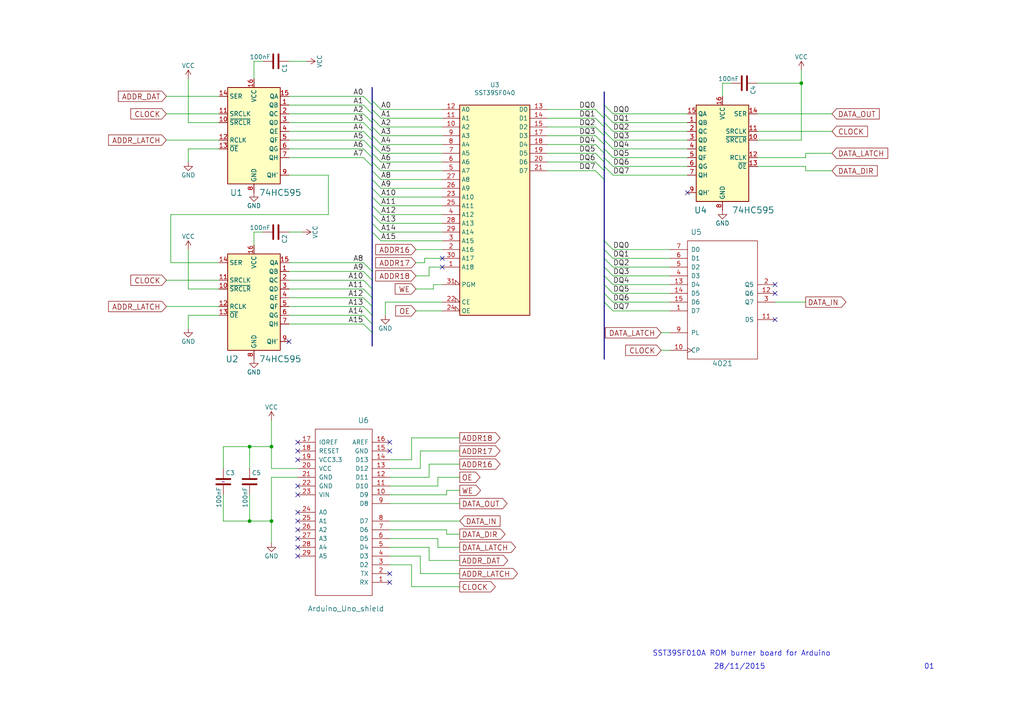
<source format=kicad_sch>
(kicad_sch (version 20211123) (generator eeschema)
  (paper "A4")
  (lib_symbols
    (symbol "74xx:74HC595"
      (property "Reference" "U" (at -7.62 13.97 0))
      (property "Value" "74HC595" (at -7.62 -16.51 0))
      (symbol "74HC595_1_0"
        (pin tri_state line (at 10.16 7.62 180) (length 2.54) (name "QB") (number "1"))
        (pin input line (at -10.16 2.54 0) (length 2.54) (name "~{SRCLR}") (number "10"))
        (pin input line (at -10.16 5.08 0) (length 2.54) (name "SRCLK") (number "11"))
        (pin input line (at -10.16 -2.54 0) (length 2.54) (name "RCLK") (number "12"))
        (pin input line (at -10.16 -5.08 0) (length 2.54) (name "~{OE}") (number "13"))
        (pin input line (at -10.16 10.16 0) (length 2.54) (name "SER") (number "14"))
        (pin tri_state line (at 10.16 10.16 180) (length 2.54) (name "QA") (number "15"))
        (pin power_in line (at 0 15.24 270) (length 2.54) (name "VCC") (number "16"))
        (pin tri_state line (at 10.16 5.08 180) (length 2.54) (name "QC") (number "2"))
        (pin tri_state line (at 10.16 2.54 180) (length 2.54) (name "QD") (number "3"))
        (pin tri_state line (at 10.16 0 180) (length 2.54) (name "QE") (number "4"))
        (pin tri_state line (at 10.16 -2.54 180) (length 2.54) (name "QF") (number "5"))
        (pin tri_state line (at 10.16 -5.08 180) (length 2.54) (name "QG") (number "6"))
        (pin tri_state line (at 10.16 -7.62 180) (length 2.54) (name "QH") (number "7"))
        (pin power_in line (at 0 -17.78 90) (length 2.54) (name "GND") (number "8"))
        (pin output line (at 10.16 -12.7 180) (length 2.54) (name "QH'") (number "9"))
      )
      (symbol "74HC595_1_1"
        (rectangle (start -7.62 12.7) (end 7.62 -15.24) (stroke (width 0.254)) (fill (type background)))
      )
    )
    (symbol "Device:C" (pin_numbers hide) (pin_names (offset 0.254))
      (property "Reference" "C" (at 0.635 2.54 0))
      (property "Value" "C" (at 0.635 -2.54 0))
      (symbol "C_0_1"
        (polyline (pts (xy -2.032 -0.762) (xy 2.032 -0.762)) (stroke (width 0.508)))
        (polyline (pts (xy -2.032 0.762) (xy 2.032 0.762)) (stroke (width 0.508)))
      )
      (symbol "C_1_1"
        (pin passive line (at 0 3.81 270) (length 2.794) (name "~") (number "1"))
        (pin passive line (at 0 -3.81 90) (length 2.794) (name "~") (number "2"))
      )
    )
    (symbol "Memory_Flash:SST39SF040"
      (property "Reference" "U" (at 2.54 33.02 0))
      (property "Value" "SST39SF040" (at 0 -30.48 0))
      (symbol "SST39SF040_0_0"
        (pin power_in line (at 0 -30.48 90) (length 1.27) hide (name "GND") (number "16"))
        (pin power_in line (at 0 33.02 270) (length 1.27) hide (name "VCC") (number "32"))
      )
      (symbol "SST39SF040_0_1"
        (rectangle (start -10.16 31.75) (end 10.16 -29.21) (stroke (width 0.254)) (fill (type background)))
      )
      (symbol "SST39SF040_1_1"
        (pin input line (at -15.24 -15.24 0) (length 5.08) (name "A18") (number "1"))
        (pin input line (at -15.24 25.4 0) (length 5.08) (name "A2") (number "10"))
        (pin input line (at -15.24 27.94 0) (length 5.08) (name "A1") (number "11"))
        (pin input line (at -15.24 30.48 0) (length 5.08) (name "A0") (number "12"))
        (pin tri_state line (at 15.24 30.48 180) (length 5.08) (name "D0") (number "13"))
        (pin tri_state line (at 15.24 27.94 180) (length 5.08) (name "D1") (number "14"))
        (pin tri_state line (at 15.24 25.4 180) (length 5.08) (name "D2") (number "15"))
        (pin tri_state line (at 15.24 22.86 180) (length 5.08) (name "D3") (number "17"))
        (pin tri_state line (at 15.24 20.32 180) (length 5.08) (name "D4") (number "18"))
        (pin tri_state line (at 15.24 17.78 180) (length 5.08) (name "D5") (number "19"))
        (pin input line (at -15.24 -10.16 0) (length 5.08) (name "A16") (number "2"))
        (pin tri_state line (at 15.24 15.24 180) (length 5.08) (name "D6") (number "20"))
        (pin tri_state line (at 15.24 12.7 180) (length 5.08) (name "D7") (number "21"))
        (pin input input_low (at -15.24 -25.4 0) (length 5.08) (name "CE") (number "22"))
        (pin input line (at -15.24 5.08 0) (length 5.08) (name "A10") (number "23"))
        (pin input input_low (at -15.24 -27.94 0) (length 5.08) (name "OE") (number "24"))
        (pin input line (at -15.24 2.54 0) (length 5.08) (name "A11") (number "25"))
        (pin input line (at -15.24 7.62 0) (length 5.08) (name "A9") (number "26"))
        (pin input line (at -15.24 10.16 0) (length 5.08) (name "A8") (number "27"))
        (pin input line (at -15.24 -2.54 0) (length 5.08) (name "A13") (number "28"))
        (pin input line (at -15.24 -5.08 0) (length 5.08) (name "A14") (number "29"))
        (pin input line (at -15.24 -7.62 0) (length 5.08) (name "A15") (number "3"))
        (pin input line (at -15.24 -12.7 0) (length 5.08) (name "A17") (number "30"))
        (pin input input_low (at -15.24 -20.32 0) (length 5.08) (name "PGM") (number "31"))
        (pin input line (at -15.24 0 0) (length 5.08) (name "A12") (number "4"))
        (pin input line (at -15.24 12.7 0) (length 5.08) (name "A7") (number "5"))
        (pin input line (at -15.24 15.24 0) (length 5.08) (name "A6") (number "6"))
        (pin input line (at -15.24 17.78 0) (length 5.08) (name "A5") (number "7"))
        (pin input line (at -15.24 20.32 0) (length 5.08) (name "A4") (number "8"))
        (pin input line (at -15.24 22.86 0) (length 5.08) (name "A3") (number "9"))
      )
    )
    (symbol "arduino:Arduino_Uno_shield" (pin_names (offset 1.016))
      (property "Reference" "U" (at 5.08 26.67 0))
      (property "Value" "Arduino_Uno_shield" (at 0 -27.94 0))
      (symbol "Arduino_Uno_shield_0_1"
        (rectangle (start -8.89 24.13) (end 7.62 -24.13))
      )
      (symbol "Arduino_Uno_shield_1_1"
        (pin input line (at 12.7 -20.32 180) (length 5.08) (name "RX") (number "1"))
        (pin bidirectional line (at 12.7 5.08 180) (length 5.08) (name "D9") (number "10"))
        (pin bidirectional line (at 12.7 7.62 180) (length 5.08) (name "D10") (number "11"))
        (pin bidirectional line (at 12.7 10.16 180) (length 5.08) (name "D11") (number "12"))
        (pin bidirectional line (at 12.7 12.7 180) (length 5.08) (name "D12") (number "13"))
        (pin bidirectional line (at 12.7 15.24 180) (length 5.08) (name "D13") (number "14"))
        (pin power_out line (at 12.7 17.78 180) (length 5.08) (name "GND") (number "15"))
        (pin input line (at 12.7 20.32 180) (length 5.08) (name "AREF") (number "16"))
        (pin input line (at -13.97 20.32 0) (length 5.08) (name "IOREF") (number "17"))
        (pin input line (at -13.97 17.78 0) (length 5.08) (name "RESET") (number "18"))
        (pin power_out line (at -13.97 15.24 0) (length 5.08) (name "VCC3.3") (number "19"))
        (pin output line (at 12.7 -17.78 180) (length 5.08) (name "TX") (number "2"))
        (pin power_out line (at -13.97 12.7 0) (length 5.08) (name "VCC") (number "20"))
        (pin power_out line (at -13.97 10.16 0) (length 5.08) (name "GND") (number "21"))
        (pin power_out line (at -13.97 7.62 0) (length 5.08) (name "GND") (number "22"))
        (pin power_in line (at -13.97 5.08 0) (length 5.08) (name "VIN") (number "23"))
        (pin input line (at -13.97 0 0) (length 5.08) (name "A0") (number "24"))
        (pin input line (at -13.97 -2.54 0) (length 5.08) (name "A1") (number "25"))
        (pin input line (at -13.97 -5.08 0) (length 5.08) (name "A2") (number "26"))
        (pin input line (at -13.97 -7.62 0) (length 5.08) (name "A3") (number "27"))
        (pin input line (at -13.97 -10.16 0) (length 5.08) (name "A4") (number "28"))
        (pin input line (at -13.97 -12.7 0) (length 5.08) (name "A5") (number "29"))
        (pin bidirectional line (at 12.7 -15.24 180) (length 5.08) (name "D2") (number "3"))
        (pin bidirectional line (at 12.7 -12.7 180) (length 5.08) (name "D3") (number "4"))
        (pin bidirectional line (at 12.7 -10.16 180) (length 5.08) (name "D4") (number "5"))
        (pin bidirectional line (at 12.7 -7.62 180) (length 5.08) (name "D5") (number "6"))
        (pin bidirectional line (at 12.7 -5.08 180) (length 5.08) (name "D6") (number "7"))
        (pin bidirectional line (at 12.7 -2.54 180) (length 5.08) (name "D7") (number "8"))
        (pin bidirectional line (at 12.7 2.54 180) (length 5.08) (name "D8") (number "9"))
      )
    )
    (symbol "power:GND" (power) (pin_names (offset 0))
      (property "Value" "GND" (at 0 -3.81 0))
      (symbol "GND_0_1"
        (polyline (pts (xy 0 0) (xy 0 -1.27) (xy 1.27 -1.27) (xy 0 -2.54) (xy -1.27 -1.27) (xy 0 -1.27)))
      )
      (symbol "GND_1_1"
        (pin power_in line (at 0 0 270) (length 0) hide (name "GND") (number "1"))
      )
    )
    (symbol "power:VCC" (power) (pin_names (offset 0))
      (property "Value" "VCC" (at 0 3.81 0))
      (symbol "VCC_0_1"
        (polyline (pts (xy -0.762 1.27) (xy 0 2.54)))
        (polyline (pts (xy 0 0) (xy 0 2.54)))
        (polyline (pts (xy 0 2.54) (xy 0.762 1.27)))
      )
      (symbol "VCC_1_1"
        (pin power_in line (at 0 0 90) (length 0) hide (name "VCC") (number "1"))
      )
    )
    (symbol "rom-burner:4021" (pin_names (offset 1.016))
      (property "Reference" "U" (at -7.62 19.05 0))
      (property "Value" "4021" (at 0 -19.05 0))
      (symbol "4021_0_1"
        (rectangle (start -10.16 16.51) (end 10.16 -17.78))
      )
      (symbol "4021_1_1"
        (pin input line (at -15.24 -3.81 0) (length 5.08) (name "D7") (number "1"))
        (pin input clock (at -15.24 -15.24 0) (length 5.08) (name "CP") (number "10"))
        (pin output line (at 15.24 -6.35 180) (length 5.08) (name "DS") (number "11"))
        (pin output line (at 15.24 1.27 180) (length 5.08) (name "Q6") (number "12"))
        (pin input line (at -15.24 3.81 0) (length 5.08) (name "D4") (number "13"))
        (pin input line (at -15.24 1.27 0) (length 5.08) (name "D5") (number "14"))
        (pin input line (at -15.24 -1.27 0) (length 5.08) (name "D6") (number "15"))
        (pin power_in line (at 5.08 16.51 270) (length 0) hide (name "VCC") (number "16"))
        (pin output line (at 15.24 3.81 180) (length 5.08) (name "Q5") (number "2"))
        (pin output line (at 15.24 -1.27 180) (length 5.08) (name "Q7") (number "3"))
        (pin input line (at -15.24 6.35 0) (length 5.08) (name "D3") (number "4"))
        (pin input line (at -15.24 8.89 0) (length 5.08) (name "D2") (number "5"))
        (pin input line (at -15.24 11.43 0) (length 5.08) (name "D1") (number "6"))
        (pin input line (at -15.24 13.97 0) (length 5.08) (name "D0") (number "7"))
        (pin power_in line (at 5.08 -17.78 90) (length 0) hide (name "GND") (number "8"))
        (pin input line (at -15.24 -10.16 0) (length 5.08) (name "PL") (number "9"))
      )
    )
  )
  (junction (at 72.39 129.54))
  (junction (at 78.74 151.13))
  (junction (at 78.74 129.54))
  (junction (at 232.41 24.13))
  (junction (at 72.39 151.13))
  (no_connect (at 113.03 168.91))
  (no_connect (at 86.36 148.59))
  (no_connect (at 224.79 92.71))
  (no_connect (at 199.39 55.88))
  (no_connect (at 113.03 130.81))
  (no_connect (at 83.82 99.06))
  (no_connect (at 86.36 143.51))
  (no_connect (at 224.79 82.55))
  (no_connect (at 86.36 153.67))
  (no_connect (at 128.27 74.93))
  (no_connect (at 86.36 156.21))
  (no_connect (at 86.36 140.97))
  (no_connect (at 86.36 130.81))
  (no_connect (at 128.27 77.47))
  (no_connect (at 86.36 133.35))
  (no_connect (at 113.03 128.27))
  (no_connect (at 113.03 166.37))
  (no_connect (at 224.79 85.09))
  (no_connect (at 86.36 158.75))
  (no_connect (at 86.36 128.27))
  (no_connect (at 86.36 151.13))
  (no_connect (at 86.36 161.29))
  (bus_entry (at 105.41 45.72) (size 2.54 2.54))
  (bus_entry (at 105.41 86.36) (size 2.54 2.54))
  (bus_entry (at 172.72 46.99) (size 2.54 2.54))
  (bus_entry (at 105.41 33.02) (size 2.54 2.54))
  (bus_entry (at 175.26 45.72) (size 2.54 2.54))
  (bus_entry (at 107.95 59.69) (size 2.54 2.54))
  (bus_entry (at 107.95 41.91) (size 2.54 2.54))
  (bus_entry (at 177.8 87.63) (size -2.54 -2.54))
  (bus_entry (at 177.8 77.47) (size -2.54 -2.54))
  (bus_entry (at 105.41 81.28) (size 2.54 2.54))
  (bus_entry (at 175.26 38.1) (size 2.54 2.54))
  (bus_entry (at 107.95 36.83) (size 2.54 2.54))
  (bus_entry (at 107.95 44.45) (size 2.54 2.54))
  (bus_entry (at 105.41 83.82) (size 2.54 2.54))
  (bus_entry (at 107.95 46.99) (size 2.54 2.54))
  (bus_entry (at 105.41 40.64) (size 2.54 2.54))
  (bus_entry (at 175.26 30.48) (size 2.54 2.54))
  (bus_entry (at 107.95 64.77) (size 2.54 2.54))
  (bus_entry (at 105.41 27.94) (size 2.54 2.54))
  (bus_entry (at 172.72 34.29) (size 2.54 2.54))
  (bus_entry (at 172.72 49.53) (size 2.54 2.54))
  (bus_entry (at 177.8 85.09) (size -2.54 -2.54))
  (bus_entry (at 107.95 57.15) (size 2.54 2.54))
  (bus_entry (at 107.95 31.75) (size 2.54 2.54))
  (bus_entry (at 105.41 91.44) (size 2.54 2.54))
  (bus_entry (at 177.8 82.55) (size -2.54 -2.54))
  (bus_entry (at 172.72 36.83) (size 2.54 2.54))
  (bus_entry (at 105.41 35.56) (size 2.54 2.54))
  (bus_entry (at 172.72 41.91) (size 2.54 2.54))
  (bus_entry (at 105.41 38.1) (size 2.54 2.54))
  (bus_entry (at 172.72 31.75) (size 2.54 2.54))
  (bus_entry (at 105.41 78.74) (size 2.54 2.54))
  (bus_entry (at 107.95 62.23) (size 2.54 2.54))
  (bus_entry (at 177.8 72.39) (size -2.54 -2.54))
  (bus_entry (at 175.26 35.56) (size 2.54 2.54))
  (bus_entry (at 107.95 67.31) (size 2.54 2.54))
  (bus_entry (at 105.41 30.48) (size 2.54 2.54))
  (bus_entry (at 177.8 90.17) (size -2.54 -2.54))
  (bus_entry (at 107.95 54.61) (size 2.54 2.54))
  (bus_entry (at 107.95 49.53) (size 2.54 2.54))
  (bus_entry (at 105.41 88.9) (size 2.54 2.54))
  (bus_entry (at 177.8 74.93) (size -2.54 -2.54))
  (bus_entry (at 177.8 80.01) (size -2.54 -2.54))
  (bus_entry (at 105.41 93.98) (size 2.54 2.54))
  (bus_entry (at 107.95 29.21) (size 2.54 2.54))
  (bus_entry (at 107.95 39.37) (size 2.54 2.54))
  (bus_entry (at 107.95 52.07) (size 2.54 2.54))
  (bus_entry (at 172.72 39.37) (size 2.54 2.54))
  (bus_entry (at 175.26 40.64) (size 2.54 2.54))
  (bus_entry (at 175.26 33.02) (size 2.54 2.54))
  (bus_entry (at 105.41 76.2) (size 2.54 2.54))
  (bus_entry (at 175.26 48.26) (size 2.54 2.54))
  (bus_entry (at 172.72 44.45) (size 2.54 2.54))
  (bus_entry (at 175.26 43.18) (size 2.54 2.54))
  (bus_entry (at 105.41 43.18) (size 2.54 2.54))
  (bus_entry (at 107.95 34.29) (size 2.54 2.54))
  (bus (pts (xy 107.95 31.75) (xy 107.95 33.02)))
  (wire (pts (xy 110.49 36.83) (xy 128.27 36.83)))
  (wire (pts (xy 172.72 44.45) (xy 158.75 44.45)))
  (bus (pts (xy 107.95 88.9) (xy 107.95 91.44)))
  (wire (pts (xy 124.46 80.01) (xy 120.65 80.01)))
  (wire (pts (xy 133.35 134.62) (xy 124.46 134.62)))
  (wire (pts (xy 191.77 101.6) (xy 194.31 101.6)))
  (wire (pts (xy 177.8 43.18) (xy 199.39 43.18)))
  (wire (pts (xy 127 138.43) (xy 127 140.97)))
  (wire (pts (xy 124.46 138.43) (xy 113.03 138.43)))
  (wire (pts (xy 105.41 30.48) (xy 83.82 30.48)))
  (wire (pts (xy 219.71 48.26) (xy 233.68 48.26)))
  (wire (pts (xy 54.61 35.56) (xy 63.5 35.56)))
  (wire (pts (xy 133.35 162.56) (xy 124.46 162.56)))
  (bus (pts (xy 107.95 41.91) (xy 107.95 43.18)))
  (wire (pts (xy 54.61 83.82) (xy 54.61 72.39)))
  (wire (pts (xy 76.2 17.78) (xy 73.66 17.78)))
  (bus (pts (xy 175.26 39.37) (xy 175.26 40.64)))
  (wire (pts (xy 177.8 40.64) (xy 199.39 40.64)))
  (wire (pts (xy 232.41 24.13) (xy 232.41 40.64)))
  (wire (pts (xy 133.35 158.75) (xy 127 158.75)))
  (wire (pts (xy 64.77 143.51) (xy 64.77 151.13)))
  (wire (pts (xy 125.73 82.55) (xy 125.73 83.82)))
  (wire (pts (xy 128.27 77.47) (xy 124.46 77.47)))
  (bus (pts (xy 175.26 48.26) (xy 175.26 49.53)))
  (bus (pts (xy 107.95 96.52) (xy 107.95 100.33)))
  (bus (pts (xy 107.95 44.45) (xy 107.95 45.72)))
  (bus (pts (xy 175.26 30.48) (xy 175.26 33.02)))
  (wire (pts (xy 73.66 17.78) (xy 73.66 22.86)))
  (wire (pts (xy 121.92 135.89) (xy 121.92 130.81)))
  (wire (pts (xy 212.09 24.13) (xy 209.55 24.13)))
  (wire (pts (xy 110.49 49.53) (xy 128.27 49.53)))
  (wire (pts (xy 158.75 46.99) (xy 172.72 46.99)))
  (wire (pts (xy 127 156.21) (xy 113.03 156.21)))
  (wire (pts (xy 48.26 27.94) (xy 63.5 27.94)))
  (wire (pts (xy 54.61 43.18) (xy 63.5 43.18)))
  (wire (pts (xy 121.92 166.37) (xy 121.92 161.29)))
  (wire (pts (xy 72.39 129.54) (xy 78.74 129.54)))
  (bus (pts (xy 175.26 35.56) (xy 175.26 36.83)))
  (wire (pts (xy 232.41 20.32) (xy 232.41 24.13)))
  (bus (pts (xy 107.95 39.37) (xy 107.95 40.64)))
  (bus (pts (xy 175.26 44.45) (xy 175.26 45.72)))
  (bus (pts (xy 107.95 29.21) (xy 107.95 30.48)))
  (wire (pts (xy 158.75 41.91) (xy 172.72 41.91)))
  (wire (pts (xy 63.5 88.9) (xy 48.26 88.9)))
  (wire (pts (xy 172.72 39.37) (xy 158.75 39.37)))
  (wire (pts (xy 87.63 67.31) (xy 83.82 67.31)))
  (wire (pts (xy 233.68 48.26) (xy 233.68 49.53)))
  (wire (pts (xy 72.39 151.13) (xy 72.39 143.51)))
  (wire (pts (xy 177.8 35.56) (xy 199.39 35.56)))
  (wire (pts (xy 177.8 33.02) (xy 199.39 33.02)))
  (wire (pts (xy 123.19 74.93) (xy 123.19 76.2)))
  (bus (pts (xy 107.95 64.77) (xy 107.95 67.31)))
  (bus (pts (xy 107.95 93.98) (xy 107.95 96.52)))
  (bus (pts (xy 175.26 82.55) (xy 175.26 85.09)))
  (wire (pts (xy 177.8 80.01) (xy 194.31 80.01)))
  (wire (pts (xy 128.27 64.77) (xy 110.49 64.77)))
  (wire (pts (xy 233.68 49.53) (xy 241.3 49.53)))
  (bus (pts (xy 107.95 49.53) (xy 107.95 52.07)))
  (bus (pts (xy 175.26 45.72) (xy 175.26 46.99)))
  (bus (pts (xy 107.95 46.99) (xy 107.95 48.26)))
  (wire (pts (xy 125.73 83.82) (xy 120.65 83.82)))
  (wire (pts (xy 49.53 76.2) (xy 63.5 76.2)))
  (wire (pts (xy 172.72 49.53) (xy 158.75 49.53)))
  (wire (pts (xy 177.8 38.1) (xy 199.39 38.1)))
  (wire (pts (xy 177.8 72.39) (xy 194.31 72.39)))
  (wire (pts (xy 64.77 129.54) (xy 64.77 135.89)))
  (wire (pts (xy 133.35 142.24) (xy 129.54 142.24)))
  (wire (pts (xy 83.82 38.1) (xy 105.41 38.1)))
  (wire (pts (xy 83.82 45.72) (xy 105.41 45.72)))
  (wire (pts (xy 120.65 90.17) (xy 128.27 90.17)))
  (wire (pts (xy 133.35 138.43) (xy 127 138.43)))
  (bus (pts (xy 175.26 72.39) (xy 175.26 74.93)))
  (wire (pts (xy 127 140.97) (xy 113.03 140.97)))
  (bus (pts (xy 107.95 57.15) (xy 107.95 59.69)))
  (wire (pts (xy 110.49 57.15) (xy 128.27 57.15)))
  (wire (pts (xy 129.54 154.94) (xy 129.54 153.67)))
  (bus (pts (xy 107.95 62.23) (xy 107.95 64.77)))
  (wire (pts (xy 110.49 54.61) (xy 128.27 54.61)))
  (wire (pts (xy 113.03 133.35) (xy 119.38 133.35)))
  (wire (pts (xy 78.74 121.92) (xy 78.74 129.54)))
  (bus (pts (xy 175.26 69.85) (xy 175.26 72.39)))
  (wire (pts (xy 83.82 50.8) (xy 95.25 50.8)))
  (wire (pts (xy 95.25 50.8) (xy 95.25 62.23)))
  (wire (pts (xy 177.8 48.26) (xy 199.39 48.26)))
  (wire (pts (xy 119.38 127) (xy 133.35 127)))
  (bus (pts (xy 175.26 85.09) (xy 175.26 87.63)))
  (bus (pts (xy 107.95 34.29) (xy 107.95 35.56)))
  (wire (pts (xy 110.49 41.91) (xy 128.27 41.91)))
  (wire (pts (xy 63.5 83.82) (xy 54.61 83.82)))
  (wire (pts (xy 133.35 170.18) (xy 119.38 170.18)))
  (bus (pts (xy 175.26 41.91) (xy 175.26 43.18)))
  (wire (pts (xy 110.49 52.07) (xy 128.27 52.07)))
  (wire (pts (xy 63.5 33.02) (xy 48.26 33.02)))
  (wire (pts (xy 233.68 45.72) (xy 233.68 44.45)))
  (bus (pts (xy 175.26 38.1) (xy 175.26 39.37)))
  (bus (pts (xy 175.26 33.02) (xy 175.26 34.29)))
  (wire (pts (xy 83.82 76.2) (xy 105.41 76.2)))
  (wire (pts (xy 78.74 135.89) (xy 86.36 135.89)))
  (wire (pts (xy 219.71 45.72) (xy 233.68 45.72)))
  (wire (pts (xy 105.41 35.56) (xy 83.82 35.56)))
  (wire (pts (xy 83.82 27.94) (xy 105.41 27.94)))
  (wire (pts (xy 63.5 40.64) (xy 48.26 40.64)))
  (wire (pts (xy 172.72 34.29) (xy 158.75 34.29)))
  (wire (pts (xy 224.79 87.63) (xy 233.68 87.63)))
  (wire (pts (xy 177.8 45.72) (xy 199.39 45.72)))
  (wire (pts (xy 78.74 138.43) (xy 78.74 151.13)))
  (wire (pts (xy 128.27 69.85) (xy 110.49 69.85)))
  (wire (pts (xy 128.27 74.93) (xy 123.19 74.93)))
  (bus (pts (xy 175.26 87.63) (xy 175.26 104.14)))
  (wire (pts (xy 120.65 72.39) (xy 128.27 72.39)))
  (wire (pts (xy 54.61 91.44) (xy 54.61 95.25)))
  (wire (pts (xy 128.27 82.55) (xy 125.73 82.55)))
  (wire (pts (xy 158.75 31.75) (xy 172.72 31.75)))
  (wire (pts (xy 177.8 77.47) (xy 194.31 77.47)))
  (wire (pts (xy 86.36 138.43) (xy 78.74 138.43)))
  (wire (pts (xy 105.41 88.9) (xy 83.82 88.9)))
  (bus (pts (xy 107.95 91.44) (xy 107.95 93.98)))
  (wire (pts (xy 121.92 135.89) (xy 113.03 135.89)))
  (wire (pts (xy 113.03 146.05) (xy 133.35 146.05)))
  (wire (pts (xy 124.46 134.62) (xy 124.46 138.43)))
  (bus (pts (xy 175.26 77.47) (xy 175.26 80.01)))
  (wire (pts (xy 119.38 163.83) (xy 113.03 163.83)))
  (wire (pts (xy 209.55 24.13) (xy 209.55 27.94)))
  (wire (pts (xy 110.49 67.31) (xy 128.27 67.31)))
  (wire (pts (xy 133.35 166.37) (xy 121.92 166.37)))
  (wire (pts (xy 128.27 87.63) (xy 111.76 87.63)))
  (wire (pts (xy 177.8 87.63) (xy 194.31 87.63)))
  (wire (pts (xy 177.8 50.8) (xy 199.39 50.8)))
  (wire (pts (xy 83.82 81.28) (xy 105.41 81.28)))
  (wire (pts (xy 232.41 40.64) (xy 219.71 40.64)))
  (wire (pts (xy 76.2 67.31) (xy 73.66 67.31)))
  (wire (pts (xy 83.82 17.78) (xy 88.9 17.78)))
  (wire (pts (xy 64.77 129.54) (xy 72.39 129.54)))
  (wire (pts (xy 64.77 151.13) (xy 72.39 151.13)))
  (wire (pts (xy 105.41 93.98) (xy 83.82 93.98)))
  (wire (pts (xy 54.61 43.18) (xy 54.61 46.99)))
  (wire (pts (xy 105.41 40.64) (xy 83.82 40.64)))
  (bus (pts (xy 175.26 36.83) (xy 175.26 38.1)))
  (bus (pts (xy 107.95 30.48) (xy 107.95 31.75)))
  (wire (pts (xy 119.38 133.35) (xy 119.38 127)))
  (wire (pts (xy 128.27 34.29) (xy 110.49 34.29)))
  (wire (pts (xy 219.71 24.13) (xy 232.41 24.13)))
  (bus (pts (xy 107.95 35.56) (xy 107.95 36.83)))
  (wire (pts (xy 54.61 22.86) (xy 54.61 35.56)))
  (wire (pts (xy 177.8 82.55) (xy 194.31 82.55)))
  (wire (pts (xy 133.35 154.94) (xy 129.54 154.94)))
  (bus (pts (xy 175.26 34.29) (xy 175.26 35.56)))
  (wire (pts (xy 129.54 142.24) (xy 129.54 143.51)))
  (wire (pts (xy 124.46 77.47) (xy 124.46 80.01)))
  (bus (pts (xy 107.95 67.31) (xy 107.95 78.74)))
  (wire (pts (xy 48.26 81.28) (xy 63.5 81.28)))
  (wire (pts (xy 128.27 46.99) (xy 110.49 46.99)))
  (bus (pts (xy 107.95 48.26) (xy 107.95 49.53)))
  (bus (pts (xy 175.26 74.93) (xy 175.26 77.47)))
  (wire (pts (xy 83.82 43.18) (xy 105.41 43.18)))
  (wire (pts (xy 113.03 151.13) (xy 133.35 151.13)))
  (bus (pts (xy 107.95 33.02) (xy 107.95 34.29)))
  (wire (pts (xy 110.49 44.45) (xy 128.27 44.45)))
  (wire (pts (xy 177.8 85.09) (xy 194.31 85.09)))
  (wire (pts (xy 78.74 151.13) (xy 78.74 157.48)))
  (wire (pts (xy 158.75 36.83) (xy 172.72 36.83)))
  (wire (pts (xy 73.66 67.31) (xy 73.66 71.12)))
  (bus (pts (xy 175.26 40.64) (xy 175.26 41.91)))
  (wire (pts (xy 83.82 86.36) (xy 105.41 86.36)))
  (bus (pts (xy 107.95 59.69) (xy 107.95 62.23)))
  (bus (pts (xy 175.26 52.07) (xy 175.26 69.85)))
  (wire (pts (xy 83.82 33.02) (xy 105.41 33.02)))
  (wire (pts (xy 49.53 62.23) (xy 49.53 76.2)))
  (bus (pts (xy 107.95 81.28) (xy 107.95 83.82)))
  (wire (pts (xy 121.92 130.81) (xy 133.35 130.81)))
  (bus (pts (xy 107.95 40.64) (xy 107.95 41.91)))
  (bus (pts (xy 107.95 78.74) (xy 107.95 81.28)))
  (bus (pts (xy 107.95 83.82) (xy 107.95 86.36)))
  (bus (pts (xy 175.26 26.67) (xy 175.26 30.48)))
  (bus (pts (xy 107.95 45.72) (xy 107.95 46.99)))
  (bus (pts (xy 107.95 54.61) (xy 107.95 57.15)))
  (wire (pts (xy 110.49 31.75) (xy 128.27 31.75)))
  (wire (pts (xy 83.82 78.74) (xy 105.41 78.74)))
  (wire (pts (xy 124.46 158.75) (xy 113.03 158.75)))
  (wire (pts (xy 78.74 129.54) (xy 78.74 135.89)))
  (bus (pts (xy 107.95 52.07) (xy 107.95 54.61)))
  (wire (pts (xy 219.71 38.1) (xy 241.3 38.1)))
  (bus (pts (xy 107.95 38.1) (xy 107.95 39.37)))
  (wire (pts (xy 110.49 62.23) (xy 128.27 62.23)))
  (wire (pts (xy 111.76 87.63) (xy 111.76 91.44)))
  (wire (pts (xy 177.8 90.17) (xy 194.31 90.17)))
  (bus (pts (xy 107.95 36.83) (xy 107.95 38.1)))
  (wire (pts (xy 105.41 83.82) (xy 83.82 83.82)))
  (wire (pts (xy 72.39 151.13) (xy 78.74 151.13)))
  (wire (pts (xy 191.77 96.52) (xy 194.31 96.52)))
  (wire (pts (xy 95.25 62.23) (xy 49.53 62.23)))
  (wire (pts (xy 110.49 59.69) (xy 128.27 59.69)))
  (wire (pts (xy 177.8 74.93) (xy 194.31 74.93)))
  (wire (pts (xy 119.38 170.18) (xy 119.38 163.83)))
  (wire (pts (xy 129.54 143.51) (xy 113.03 143.51)))
  (bus (pts (xy 175.26 80.01) (xy 175.26 82.55)))
  (wire (pts (xy 233.68 44.45) (xy 241.3 44.45)))
  (wire (pts (xy 127 158.75) (xy 127 156.21)))
  (wire (pts (xy 72.39 129.54) (xy 72.39 135.89)))
  (bus (pts (xy 107.95 43.18) (xy 107.95 44.45)))
  (bus (pts (xy 175.26 43.18) (xy 175.26 44.45)))
  (wire (pts (xy 121.92 161.29) (xy 113.03 161.29)))
  (bus (pts (xy 175.26 46.99) (xy 175.26 48.26)))
  (wire (pts (xy 128.27 39.37) (xy 110.49 39.37)))
  (wire (pts (xy 83.82 91.44) (xy 105.41 91.44)))
  (wire (pts (xy 63.5 91.44) (xy 54.61 91.44)))
  (bus (pts (xy 175.26 49.53) (xy 175.26 52.07)))
  (bus (pts (xy 107.95 86.36) (xy 107.95 88.9)))
  (wire (pts (xy 219.71 33.02) (xy 241.3 33.02)))
  (wire (pts (xy 123.19 76.2) (xy 120.65 76.2)))
  (bus (pts (xy 107.95 25.4) (xy 107.95 29.21)))
  (wire (pts (xy 124.46 162.56) (xy 124.46 158.75)))
  (wire (pts (xy 129.54 153.67) (xy 113.03 153.67)))
  (text "SST39SF010A ROM burner board for Arduino" (at 189.23 190.5 0) (effects (font (size 1.524 1.524)) (justify left bottom)))
  (text "28/11/2015" (at 207.01 194.31 0) (effects (font (size 1.524 1.524)) (justify left bottom)))
  (text "01" (at 267.97 194.31 0) (effects (font (size 1.524 1.524)) (justify left bottom)))
  (label "A8" (at 110.49 52.07 0) (effects (font (size 1.524 1.524))))
  (label "A15" (at 105.41 93.98 180) (effects (font (size 1.524 1.524))))
  (label "A3" (at 105.41 35.56 180) (effects (font (size 1.524 1.524))))
  (label "A4" (at 110.49 41.91 0) (effects (font (size 1.524 1.524))))
  (label "DQ7" (at 177.8 90.17 0) (effects (font (size 1.524 1.524))))
  (label "A10" (at 105.41 81.28 180) (effects (font (size 1.524 1.524))))
  (label "A5" (at 105.41 40.64 180) (effects (font (size 1.524 1.524))))
  (label "DQ5" (at 177.8 85.09 0) (effects (font (size 1.524 1.524))))
  (label "A14" (at 105.41 91.44 180) (effects (font (size 1.524 1.524))))
  (label "A7" (at 110.49 49.53 0) (effects (font (size 1.524 1.524))))
  (label "DQ6" (at 177.8 87.63 0) (effects (font (size 1.524 1.524))))
  (label "A6" (at 110.49 46.99 0) (effects (font (size 1.524 1.524))))
  (label "DQ3" (at 172.72 39.37 180) (effects (font (size 1.524 1.524))))
  (label "A15" (at 110.49 69.85 0) (effects (font (size 1.524 1.524))))
  (label "A13" (at 110.49 64.77 0) (effects (font (size 1.524 1.524))))
  (label "DQ5" (at 177.8 45.72 0) (effects (font (size 1.524 1.524))))
  (label "DQ2" (at 177.8 38.1 0) (effects (font (size 1.524 1.524))))
  (label "A5" (at 110.49 44.45 0) (effects (font (size 1.524 1.524))))
  (label "A12" (at 110.49 62.23 0) (effects (font (size 1.524 1.524))))
  (label "DQ0" (at 177.8 33.02 0) (effects (font (size 1.524 1.524))))
  (label "A4" (at 105.41 38.1 180) (effects (font (size 1.524 1.524))))
  (label "A0" (at 110.49 31.75 0) (effects (font (size 1.524 1.524))))
  (label "DQ3" (at 177.8 40.64 0) (effects (font (size 1.524 1.524))))
  (label "DQ1" (at 177.8 74.93 0) (effects (font (size 1.524 1.524))))
  (label "DQ0" (at 177.8 72.39 0) (effects (font (size 1.524 1.524))))
  (label "A9" (at 105.41 78.74 180) (effects (font (size 1.524 1.524))))
  (label "A7" (at 105.41 45.72 180) (effects (font (size 1.524 1.524))))
  (label "A1" (at 105.41 30.48 180) (effects (font (size 1.524 1.524))))
  (label "DQ4" (at 172.72 41.91 180) (effects (font (size 1.524 1.524))))
  (label "DQ7" (at 172.72 49.53 180) (effects (font (size 1.524 1.524))))
  (label "DQ6" (at 172.72 46.99 180) (effects (font (size 1.524 1.524))))
  (label "A6" (at 105.41 43.18 180) (effects (font (size 1.524 1.524))))
  (label "A11" (at 110.49 59.69 0) (effects (font (size 1.524 1.524))))
  (label "DQ6" (at 177.8 48.26 0) (effects (font (size 1.524 1.524))))
  (label "A2" (at 105.41 33.02 180) (effects (font (size 1.524 1.524))))
  (label "DQ1" (at 177.8 35.56 0) (effects (font (size 1.524 1.524))))
  (label "A2" (at 110.49 36.83 0) (effects (font (size 1.524 1.524))))
  (label "A13" (at 105.41 88.9 180) (effects (font (size 1.524 1.524))))
  (label "DQ0" (at 172.72 31.75 180) (effects (font (size 1.524 1.524))))
  (label "A10" (at 110.49 57.15 0) (effects (font (size 1.524 1.524))))
  (label "A9" (at 110.49 54.61 0) (effects (font (size 1.524 1.524))))
  (label "A12" (at 105.41 86.36 180) (effects (font (size 1.524 1.524))))
  (label "A14" (at 110.49 67.31 0) (effects (font (size 1.524 1.524))))
  (label "DQ4" (at 177.8 82.55 0) (effects (font (size 1.524 1.524))))
  (label "DQ4" (at 177.8 43.18 0) (effects (font (size 1.524 1.524))))
  (label "DQ3" (at 177.8 80.01 0) (effects (font (size 1.524 1.524))))
  (label "A11" (at 105.41 83.82 180) (effects (font (size 1.524 1.524))))
  (label "A1" (at 110.49 34.29 0) (effects (font (size 1.524 1.524))))
  (label "DQ5" (at 172.72 44.45 180) (effects (font (size 1.524 1.524))))
  (label "A0" (at 105.41 27.94 180) (effects (font (size 1.524 1.524))))
  (label "DQ2" (at 177.8 77.47 0) (effects (font (size 1.524 1.524))))
  (label "DQ1" (at 172.72 34.29 180) (effects (font (size 1.524 1.524))))
  (label "A3" (at 110.49 39.37 0) (effects (font (size 1.524 1.524))))
  (label "A8" (at 105.41 76.2 180) (effects (font (size 1.524 1.524))))
  (label "DQ2" (at 172.72 36.83 180) (effects (font (size 1.524 1.524))))
  (label "DQ7" (at 177.8 50.8 0) (effects (font (size 1.524 1.524))))
  (global_label "CLOCK" (shape input) (at 48.26 33.02 180) (effects (font (size 1.524 1.524))) (property "Intersheet References" "${INTERSHEET_REFS}" (effects hide)))
  (global_label "DATA_IN" (shape output) (at 233.68 87.63 0) (effects (font (size 1.524 1.524))) (property "Intersheet References" "${INTERSHEET_REFS}" (effects hide)))
  (global_label "DATA_LATCH" (shape input) (at 241.3 44.45 0) (effects (font (size 1.524 1.524))) (property "Intersheet References" "${INTERSHEET_REFS}" (effects hide)))
  (global_label "ADDR_LATCH" (shape output) (at 133.35 166.37 0) (effects (font (size 1.524 1.524))) (property "Intersheet References" "${INTERSHEET_REFS}" (effects hide)))
  (global_label "WE" (shape input) (at 120.65 83.82 180) (effects (font (size 1.524 1.524))) (property "Intersheet References" "${INTERSHEET_REFS}" (effects hide)))
  (global_label "DATA_LATCH" (shape output) (at 133.35 158.75 0) (effects (font (size 1.524 1.524))) (property "Intersheet References" "${INTERSHEET_REFS}" (effects hide)))
  (global_label "DATA_OUT" (shape output) (at 133.35 146.05 0) (effects (font (size 1.524 1.524))) (property "Intersheet References" "${INTERSHEET_REFS}" (effects hide)))
  (global_label "ADDR17" (shape output) (at 133.35 130.81 0) (effects (font (size 1.524 1.524))) (property "Intersheet References" "${INTERSHEET_REFS}" (effects hide)))
  (global_label "DATA_LATCH" (shape input) (at 191.77 96.52 180) (effects (font (size 1.524 1.524))) (property "Intersheet References" "${INTERSHEET_REFS}" (effects hide)))
  (global_label "ADDR_DAT" (shape output) (at 133.35 162.56 0) (effects (font (size 1.524 1.524))) (property "Intersheet References" "${INTERSHEET_REFS}" (effects hide)))
  (global_label "DATA_DIR" (shape output) (at 133.35 154.94 0) (effects (font (size 1.524 1.524))) (property "Intersheet References" "${INTERSHEET_REFS}" (effects hide)))
  (global_label "DATA_DIR" (shape input) (at 241.3 49.53 0) (effects (font (size 1.524 1.524))) (property "Intersheet References" "${INTERSHEET_REFS}" (effects hide)))
  (global_label "CLOCK" (shape input) (at 191.77 101.6 180) (effects (font (size 1.524 1.524))) (property "Intersheet References" "${INTERSHEET_REFS}" (effects hide)))
  (global_label "CLOCK" (shape input) (at 48.26 81.28 180) (effects (font (size 1.524 1.524))) (property "Intersheet References" "${INTERSHEET_REFS}" (effects hide)))
  (global_label "OE" (shape input) (at 120.65 90.17 180) (effects (font (size 1.524 1.524))) (property "Intersheet References" "${INTERSHEET_REFS}" (effects hide)))
  (global_label "ADDR_LATCH" (shape input) (at 48.26 88.9 180) (effects (font (size 1.524 1.524))) (property "Intersheet References" "${INTERSHEET_REFS}" (effects hide)))
  (global_label "WE" (shape output) (at 133.35 142.24 0) (effects (font (size 1.524 1.524))) (property "Intersheet References" "${INTERSHEET_REFS}" (effects hide)))
  (global_label "DATA_OUT" (shape input) (at 241.3 33.02 0) (effects (font (size 1.524 1.524))) (property "Intersheet References" "${INTERSHEET_REFS}" (effects hide)))
  (global_label "CLOCK" (shape output) (at 133.35 170.18 0) (effects (font (size 1.524 1.524))) (property "Intersheet References" "${INTERSHEET_REFS}" (effects hide)))
  (global_label "ADDR_LATCH" (shape input) (at 48.26 40.64 180) (effects (font (size 1.524 1.524))) (property "Intersheet References" "${INTERSHEET_REFS}" (effects hide)))
  (global_label "OE" (shape output) (at 133.35 138.43 0) (effects (font (size 1.524 1.524))) (property "Intersheet References" "${INTERSHEET_REFS}" (effects hide)))
  (global_label "CLOCK" (shape input) (at 241.3 38.1 0) (effects (font (size 1.524 1.524))) (property "Intersheet References" "${INTERSHEET_REFS}" (effects hide)))
  (global_label "ADDR18" (shape input) (at 120.65 80.01 180) (effects (font (size 1.524 1.524))) (property "Intersheet References" "${INTERSHEET_REFS}" (effects hide)))
  (global_label "ADDR18" (shape output) (at 133.35 127 0) (effects (font (size 1.524 1.524))) (property "Intersheet References" "${INTERSHEET_REFS}" (effects hide)))
  (global_label "ADDR16" (shape output) (at 133.35 134.62 0) (effects (font (size 1.524 1.524))) (property "Intersheet References" "${INTERSHEET_REFS}" (effects hide)))
  (global_label "ADDR_DAT" (shape input) (at 48.26 27.94 180) (effects (font (size 1.524 1.524))) (property "Intersheet References" "${INTERSHEET_REFS}" (effects hide)))
  (global_label "DATA_IN" (shape input) (at 133.35 151.13 0) (effects (font (size 1.524 1.524))) (property "Intersheet References" "${INTERSHEET_REFS}" (effects hide)))
  (global_label "ADDR16" (shape input) (at 120.65 72.39 180) (effects (font (size 1.524 1.524))) (property "Intersheet References" "${INTERSHEET_REFS}" (effects hide)))
  (global_label "ADDR17" (shape input) (at 120.65 76.2 180) (effects (font (size 1.524 1.524))) (property "Intersheet References" "${INTERSHEET_REFS}" (effects hide)))
  (symbol (lib_id "74xx:74HC595") (at 209.55 43.18 0) (mirror y) (unit 1)
    (property "Reference" "U4" (at 203.2 60.96 0) (effects (font (size 1.778 1.778))))
    (property "Value" "74HC595" (at 218.44 60.96 0) (effects (font (size 1.778 1.778))))
    (property "Footprint" "Package_DIP:DIP-16_W7.62mm" (effects hide))
    (property "Datasheet" "http://www.ti.com/lit/ds/symlink/sn74hc595.pdf" (effects hide))
  )
  (symbol (lib_id "power:VCC") (at 232.41 20.32 0) (mirror y) (unit 1)
    (property "Reference" "#PWR01" (effects hide))
    (property "Value" "VCC" (at 232.41 16.51 0))
  )
  (symbol (lib_id "rom-burner:4021") (at 209.55 86.36 0) (unit 1)
    (property "Reference" "U5" (at 201.93 67.31 0) (effects (font (size 1.524 1.524))))
    (property "Value" "4021" (at 209.55 105.41 0) (effects (font (size 1.524 1.524))))
    (property "Footprint" "Package_DIP:DIP-16_W7.62mm" (effects hide))
  )
  (symbol (lib_id "74xx:74HC595") (at 73.66 38.1 0) (unit 1)
    (property "Reference" "U1" (at 68.58 55.88 0) (effects (font (size 1.778 1.778))))
    (property "Value" "74HC595" (at 81.28 55.88 0) (effects (font (size 1.778 1.778))))
    (property "Footprint" "Package_DIP:DIP-16_W7.62mm" (effects hide))
    (property "Datasheet" "http://www.ti.com/lit/ds/symlink/sn74hc595.pdf" (effects hide))
  )
  (symbol (lib_id "74xx:74HC595") (at 73.66 86.36 0) (unit 1)
    (property "Reference" "U2" (at 67.31 104.14 0) (effects (font (size 1.778 1.778))))
    (property "Value" "74HC595" (at 81.28 104.14 0) (effects (font (size 1.778 1.778))))
    (property "Footprint" "Package_DIP:DIP-16_W7.62mm" (effects hide))
    (property "Datasheet" "http://www.ti.com/lit/ds/symlink/sn74hc595.pdf" (effects hide))
  )
  (symbol (lib_id "power:VCC") (at 54.61 22.86 0) (unit 1)
    (property "Reference" "#PWR02" (effects hide))
    (property "Value" "VCC" (at 54.61 19.05 0))
  )
  (symbol (lib_id "power:GND") (at 54.61 46.99 0) (unit 1)
    (property "Reference" "#PWR03" (effects hide))
    (property "Value" "GND" (at 54.61 50.8 0))
  )
  (symbol (lib_id "power:VCC") (at 54.61 72.39 0) (unit 1)
    (property "Reference" "#PWR04" (effects hide))
    (property "Value" "VCC" (at 54.61 68.58 0))
  )
  (symbol (lib_id "power:GND") (at 54.61 95.25 0) (unit 1)
    (property "Reference" "#PWR05" (effects hide))
    (property "Value" "GND" (at 54.61 99.06 0))
  )
  (symbol (lib_id "Device:C") (at 215.9 24.13 270) (unit 1)
    (property "Reference" "C4" (at 218.44 24.765 0) (effects (justify left)))
    (property "Value" "100nF" (at 208.28 22.86 90) (effects (justify left)))
    (property "Footprint" "Capacitor_THT:C_Rect_L7.0mm_W2.5mm_P5.00mm" (effects hide))
  )
  (symbol (lib_id "Device:C") (at 72.39 139.7 0) (unit 1)
    (property "Reference" "C5" (at 73.025 137.16 0) (effects (justify left)))
    (property "Value" "100nF" (at 71.12 147.32 90) (effects (justify left)))
    (property "Footprint" "Capacitor_THT:C_Rect_L7.0mm_W2.5mm_P5.00mm" (effects hide))
  )
  (symbol (lib_id "power:GND") (at 111.76 91.44 0) (unit 1)
    (property "Reference" "#PWR06" (effects hide))
    (property "Value" "GND" (at 111.76 95.25 0))
  )
  (symbol (lib_id "Device:C") (at 80.01 17.78 270) (unit 1)
    (property "Reference" "C1" (at 82.55 18.415 0) (effects (justify left)))
    (property "Value" "100nF" (at 72.39 16.51 90) (effects (justify left)))
    (property "Footprint" "Capacitor_THT:C_Rect_L7.0mm_W2.5mm_P5.00mm" (effects hide))
  )
  (symbol (lib_id "Device:C") (at 80.01 67.31 270) (unit 1)
    (property "Reference" "C2" (at 82.55 67.945 0) (effects (justify left)))
    (property "Value" "100nF" (at 72.39 66.04 90) (effects (justify left)))
    (property "Footprint" "Capacitor_THT:C_Rect_L7.0mm_W2.5mm_P5.00mm" (effects hide))
  )
  (symbol (lib_id "Device:C") (at 64.77 139.7 0) (unit 1)
    (property "Reference" "C3" (at 65.405 137.16 0) (effects (justify left)))
    (property "Value" "100nF" (at 63.5 147.32 90) (effects (justify left)))
    (property "Footprint" "Capacitor_THT:C_Rect_L7.0mm_W2.5mm_P5.00mm" (effects hide))
    (property "Datasheet" "~" (at 64.77 139.7 0) (effects (font (size 1.524 1.524))))
  )
  (symbol (lib_id "power:VCC") (at 78.74 121.92 0) (unit 1)
    (property "Reference" "#PWR07" (effects hide))
    (property "Value" "VCC" (at 78.74 118.11 0))
  )
  (symbol (lib_id "power:GND") (at 78.74 157.48 0) (unit 1)
    (property "Reference" "#PWR08" (effects hide))
    (property "Value" "GND" (at 78.74 161.29 0))
  )
  (symbol (lib_id "arduino:Arduino_Uno_shield") (at 100.33 148.59 0) (unit 1)
    (property "Reference" "U6" (at 105.41 121.92 0) (effects (font (size 1.524 1.524))))
    (property "Value" "Arduino_Uno_shield" (at 100.33 176.53 0) (effects (font (size 1.524 1.524))))
    (property "Footprint" "Arduino:arduino_uno_shield" (effects hide))
  )
  (symbol (lib_id "power:GND") (at 73.66 104.14 0) (unit 1)
    (property "Reference" "#PWR0104" (effects hide))
    (property "Value" "GND" (at 73.66 107.95 0))
  )
  (symbol (lib_id "power:GND") (at 73.66 55.88 0) (unit 1)
    (property "Reference" "#PWR0105" (effects hide))
    (property "Value" "GND" (at 73.66 59.69 0))
  )
  (symbol (lib_id "Memory_Flash:SST39SF040") (at 143.51 62.23 0) (unit 1)
    (property "Reference" "U3" (at 143.51 24.6126 0))
    (property "Value" "SST39SF040" (at 143.51 26.924 0))
    (property "Footprint" "Package_DIP:DIP-32_W15.24mm_LongPads" (effects hide))
    (property "Datasheet" "http://ww1.microchip.com/downloads/en/DeviceDoc/25022B.pdf" (effects hide))
  )
  (symbol (lib_id "power:GND") (at 209.55 60.96 0) (unit 1)
    (property "Reference" "#PWR0101" (effects hide))
    (property "Value" "GND" (at 209.55 64.77 0))
  )
  (symbol (lib_id "power:VCC") (at 88.9 17.78 270) (unit 1)
    (property "Reference" "#PWR0102" (effects hide))
    (property "Value" "VCC" (at 92.71 17.78 0))
  )
  (symbol (lib_id "power:VCC") (at 87.63 67.31 270) (unit 1)
    (property "Reference" "#PWR0103" (effects hide))
    (property "Value" "VCC" (at 91.44 67.31 0))
  )
)
</source>
